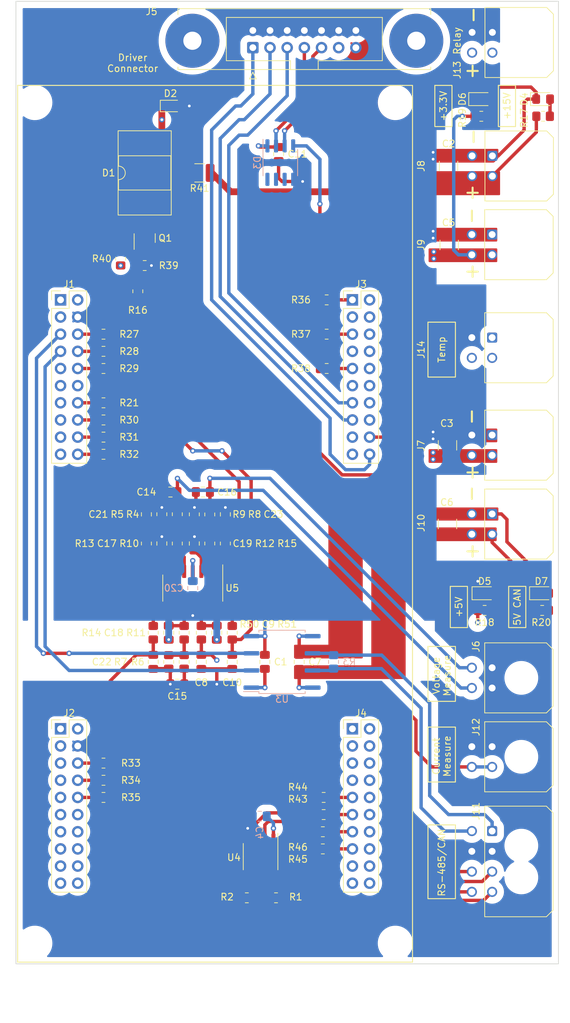
<source format=kicad_pcb>
(kicad_pcb (version 20211014) (generator pcbnew)
  (layers (0 "F.Cu" signal) (1 "In1.Cu" signal) (2 "In2.Cu" signal) (31 "B.Cu" signal) (34 "B.Paste" user) (35 "F.Paste" user) (36 "B.SilkS" user "B.Silkscreen") (37 "F.SilkS" user "F.Silkscreen") (38 "B.Mask" user) (39 "F.Mask" user) (44 "Edge.Cuts" user))
  (net 0 "")
  (net 1 "+5V")
  (net 2 "+15V")
  (net 3 "+3V3")
  (net 4 "+5VD")
  (net 5 "GND2")
  (net 6 "Net-(C17-Pad1)")
  (net 7 "Net-(C18-Pad1)")
  (net 8 "Net-(C19-Pad1)")
  (net 9 "Temp")
  (net 10 "GND")
  (net 12 "Net-(C9-Pad1)")
  (net 14 "Temp_ADC")
  (net 16 "IN-")
  (net 38 "IN+")
  (net 42 "Net-(D4-Pad2)")
  (net 43 "Net-(D5-Pad2)")
  (net 44 "Net-(D6-Pad2)")
  (net 45 "Net-(D7-Pad2)")
  (net 46 "Net-(R10-Pad2)")
  (net 47 "Net-(R11-Pad2)")
  (net 48 "Net-(R12-Pad2)")
  (net 49 "Net-(R13-Pad2)")
  (net 50 "Net-(R14-Pad2)")
  (net 51 "Net-(R15-Pad2)")
  (net 52 "RST")
  (net 53 "FLT")
  (net 54 "RDY")
  (net 55 "B")
  (net 56 "A")
  (net 57 "Y")
  (net 58 "Z")
  (net 59 "Net-(R51-Pad2)")
  (net 60 "RO")
  (net 61 "DI")
  (net 62 "V_OUT")
  (net 63 "I_INDUCT")
  (net 64 "V_IN")
  (net 65 "V_OUT_ADC")
  (net 66 "I_INDUCT_ADC")
  (net 67 "V_IN_ADC")
  (net 69 "PWM_IN")
  (net 71 "CANL")
  (net 72 "CANH")
  (net 73 "RXD")
  (net 74 "TXD")
  (net 76 "Net-(J1-Pad6)")
  (net 77 "Net-(J1-Pad8)")
  (net 79 "Net-(J1-Pad10)")
  (net 83 "Net-(J1-Pad14)")
  (net 85 "Net-(J1-Pad16)")
  (net 87 "Net-(J1-Pad18)")
  (net 89 "Net-(J1-Pad20)")
  (net 91 "Net-(J2-Pad6)")
  (net 92 "Net-(J2-Pad8)")
  (net 94 "Net-(J2-Pad10)")
  (net 105 "Net-(J3-Pad1)")
  (net 107 "Net-(J3-Pad5)")
  (net 109 "Net-(J3-Pad9)")
  (net 110 "Net-(J4-Pad9)")
  (net 111 "Net-(J4-Pad13)")
  (net 112 "Net-(J4-Pad15)")
  (net 113 "Net-(J4-Pad11)")
  (net 118 "Net-(D1-Pad1)")
  (net 119 "Net-(D1-Pad2)")
  (net 121 "Net-(D1-Pad4)")
  (net 123 "Net-(D1-Pad6)")
  (net 124 "Net-(Q1-Pad1)")
  (net 125 "Relay_Control")
  (footprint "Resistor_SMD:R_0805_2012Metric_Pad1.20x1.40mm_HandSolder" (layer "F.Cu") (at 69.342 71.374 180)
    (fp_text reference "R28")
    (fp_text value "0")
  )
  (footprint "Resistor_SMD:R_0805_2012Metric_Pad1.20x1.40mm_HandSolder" (layer "F.Cu") (at 69.342 84.074 180)
    (fp_text reference "R31")
    (fp_text value "0")
  )
  (footprint "Resistor_SMD:R_0805_2012Metric_Pad1.20x1.40mm_HandSolder" (layer "F.Cu") (at 134.382 36.576)
    (fp_text reference "R17")
    (fp_text value "1.5k")
  )
  (footprint "Capacitor_SMD:C_0805_2012Metric_Pad1.18x1.45mm_HandSolder" (layer "F.Cu") (at 87.376 95.504 90)
    (fp_text reference "C23")
    (fp_text value "0.27u")
  )
  (footprint "Resistor_SMD:R_0805_2012Metric_Pad1.20x1.40mm_HandSolder" (layer "F.Cu") (at 69.342 137.414 180)
    (fp_text reference "R35")
    (fp_text value "0")
  )
  (footprint "Capacitor_SMD:C_1210_3225Metric_Pad1.33x2.70mm_HandSolder" (layer "F.Cu") (at 120.49 55.626 90)
    (fp_text reference "C5")
    (fp_text value "10u")
  )
  (footprint "Resistor_SMD:R_0805_2012Metric_Pad1.20x1.40mm_HandSolder" (layer "F.Cu") (at 69.342 73.914 180)
    (fp_text reference "R29")
    (fp_text value "0")
  )
  (footprint "Capacitor_SMD:C_0805_2012Metric_Pad1.18x1.45mm_HandSolder" (layer "F.Cu") (at 93.218 117.348 90)
    (fp_text reference "C1")
    (fp_text value "100n")
  )
  (footprint "Resistor_SMD:R_0805_2012Metric_Pad1.20x1.40mm_HandSolder" (layer "F.Cu") (at 134.2435 109.728)
    (fp_text reference "R20")
    (fp_text value "500")
  )
  (footprint "Capacitor_SMD:C_0805_2012Metric_Pad1.18x1.45mm_HandSolder" (layer "F.Cu") (at 95.25 42.164 -90)
    (fp_text reference "C11")
    (fp_text value "100n")
  )
  (footprint "Connector_Molex:Molex_Micro-Fit_3.0_43045-0400_2x02_P3.00mm_Horizontal" (layer "F.Cu") (at 126.8785 24.154 -90)
    (fp_text reference "J13")
    (fp_text value "Current Measure")
  )
  (footprint "Resistor_SMD:R_0805_2012Metric_Pad1.20x1.40mm_HandSolder" (layer "F.Cu") (at 102.362 73.914 180)
    (fp_text reference "R38")
    (fp_text value "0")
  )
  (footprint "Resistor_SMD:R_0805_2012Metric_Pad1.20x1.40mm_HandSolder" (layer "F.Cu") (at 85.0685 95.52 90)
    (fp_text reference "R8")
    (fp_text value "1k")
  )
  (footprint "Resistor_SMD:R_0805_2012Metric_Pad1.20x1.40mm_HandSolder" (layer "F.Cu") (at 87.376 99.822 -90)
    (fp_text reference "R15")
    (fp_text value "49.9")
  )
  (footprint "Connector_IDC:IDC-Header_2x07-1MP_P2.54mm_Latch_Vertical" (layer "F.Cu") (at 91.44 26.416 90)
    (fp_text reference "J5")
    (fp_text value "Driver")
  )
  (footprint "Connector_Molex:Molex_Micro-Fit_3.0_43045-0400_2x02_P3.00mm_Horizontal" (layer "F.Cu") (at 126.84 54.084 -90)
    (fp_text reference "J9")
    (fp_text value "+3.3V")
  )
  (footprint "Capacitor_SMD:C_0805_2012Metric_Pad1.18x1.45mm_HandSolder" (layer "F.Cu") (at 82.7825 99.822 90)
    (fp_text reference "C19")
    (fp_text value "10p")
  )
  (footprint "Resistor_SMD:R_0805_2012Metric_Pad1.20x1.40mm_HandSolder" (layer "F.Cu") (at 81.28 113.03 -90)
    (fp_text reference "R11")
    (fp_text value "100")
  )
  (footprint "Capacitor_SMD:C_0805_2012Metric_Pad1.18x1.45mm_HandSolder" (layer "F.Cu") (at 78.994 113.03 -90)
    (fp_text reference "C18")
    (fp_text value "10p")
  )
  (footprint "Resistor_SMD:R_0805_2012Metric_Pad1.20x1.40mm_HandSolder" (layer "F.Cu") (at 74.422 62.484 90)
    (fp_text reference "R16")
    (fp_text value "4.7k")
  )
  (footprint "Resistor_SMD:R_0805_2012Metric_Pad1.20x1.40mm_HandSolder" (layer "F.Cu") (at 69.342 68.834 180)
    (fp_text reference "R27")
    (fp_text value "0")
  )
  (footprint "Resistor_SMD:R_0805_2012Metric_Pad1.20x1.40mm_HandSolder" (layer "F.Cu") (at 69.342 134.874 180)
    (fp_text reference "R34")
    (fp_text value "0")
  )
  (footprint "Connector_Molex:Molex_Micro-Fit_3.0_43045-0400_2x02_P3.00mm_Horizontal" (layer "F.Cu") (at 126.84 95.446 -90)
    (fp_text reference "J10")
    (fp_text value "+5V_CAN")
  )
  (footprint "Resistor_SMD:R_0805_2012Metric_Pad1.20x1.40mm_HandSolder" (layer "F.Cu") (at 81.28 117.348 -90)
    (fp_text reference "R6")
    (fp_text value "1k")
  )
  (footprint "Resistor_SMD:R_0805_2012Metric_Pad1.20x1.40mm_HandSolder" (layer "F.Cu") (at 80.264 99.822 90)
    (fp_text reference "R10")
    (fp_text value "100")
  )
  (footprint "Resistor_SMD:R_0805_2012Metric_Pad1.20x1.40mm_HandSolder" (layer "F.Cu") (at 88.392 113.03 90)
    (fp_text reference "R51")
    (fp_text value "49.9")
  )
  (footprint "Capacitor_SMD:C_1210_3225Metric_Pad1.33x2.70mm_HandSolder" (layer "F.Cu") (at 120.396 43.942 90)
    (fp_text reference "C2")
    (fp_text value "10u")
  )
  (footprint "Resistor_SMD:R_0805_2012Metric_Pad1.20x1.40mm_HandSolder" (layer "F.Cu") (at 94.869 152.273)
    (fp_text reference "R1")
    (fp_text value "120")
  )
  (footprint "Resistor_SMD:R_0805_2012Metric_Pad1.20x1.40mm_HandSolder" (layer "F.Cu") (at 125.238 36.576)
    (fp_text reference "R19")
    (fp_text value "330")
  )
  (footprint "LED_SMD:LED_0805_2012Metric_Pad1.15x1.40mm_HandSolder" (layer "F.Cu") (at 134.382 34.036)
    (fp_text reference "D4")
    (fp_text value "LED_Small")
  )
  (footprint "LED_SMD:LED_0805_2012Metric_Pad1.15x1.40mm_HandSolder" (layer "F.Cu") (at 134.2435 107.188)
    (fp_text reference "D7")
    (fp_text value "LED_Small")
  )
  (footprint "Capacitor_SMD:C_0805_2012Metric_Pad1.18x1.45mm_HandSolder" (layer "F.Cu") (at 98.298 117.348 90)
    (fp_text reference "C7")
    (fp_text value "100n")
  )
  (footprint "Resistor_SMD:R_0805_2012Metric_Pad1.20x1.40mm_HandSolder" (layer "F.Cu") (at 101.797 145.034)
    (fp_text reference "R45")
    (fp_text value "0")
  )
  (footprint "MountingHole:MountingHole_3.2mm_M3" (layer "F.Cu") (at 59.182 34.544)
    (fp_text reference "H1" hide)
    (fp_text value "MountingHole")
  )
  (footprint "Resistor_SMD:R_0805_2012Metric_Pad1.20x1.40mm_HandSolder" (layer "F.Cu") (at 69.342 132.334 180)
    (fp_text reference "R33")
    (fp_text value "0")
  )
  (footprint "Resistor_SMD:R_0805_2012Metric_Pad1.20x1.40mm_HandSolder" (layer "F.Cu") (at 69.342 86.614 180)
    (fp_text reference "R32")
    (fp_text value "0")
  )
  (footprint "MountingHole:MountingHole_3.2mm_M3" (layer "F.Cu") (at 112.522 34.544)
    (fp_text reference "H2" hide)
    (fp_text value "MountingHole")
  )
  (footprint "Resistor_SMD:R_0805_2012Metric_Pad1.20x1.40mm_HandSolder" (layer "F.Cu") (at 76.708 113.03 90)
    (fp_text reference "R14")
    (fp_text value "49.9")
  )
  (footprint "Resistor_SMD:R_1210_3225Metric_Pad1.30x2.65mm_HandSolder" (layer "F.Cu") (at 83.566 44.958 180)
    (fp_text reference "R41")
    (fp_text value "60")
  )
  (footprint "Capacitor_SMD:C_0805_2012Metric_Pad1.18x1.45mm_HandSolder" (layer "F.Cu") (at 75.692 95.504 90)
    (fp_text reference "C21")
    (fp_text value "0.27u")
  )
  (footprint "Capacitor_SMD:C_0805_2012Metric_Pad1.18x1.45mm_HandSolder" (layer "F.Cu") (at 88.392 117.348 -90)
    (fp_text reference "C10")
    (fp_text value "0.27u")
  )
  (footprint "Package_SO:SOIC-14_3.9x8.7mm_P1.27mm" (layer "F.Cu") (at 82.55 106.426 -90)
    (fp_text reference "U5")
    (fp_text value "LMV324")
  )
  (footprint "Resistor_SMD:R_0805_2012Metric_Pad1.20x1.40mm_HandSolder" (layer "F.Cu") (at 101.916 137.414)
    (fp_text reference "R44")
    (fp_text value "0")
  )
  (footprint "Connector_Molex:Molex_Micro-Fit_3.0_43045-0400_2x02_P3.00mm_Horizontal" (layer "F.Cu") (at 126.8785 42.436 -90)
    (fp_text reference "J8")
    (fp_text value "+15V")
  )
  (footprint "Resistor_SMD:R_0805_2012Metric_Pad1.20x1.40mm_HandSolder" (layer "F.Cu") (at 77.978 95.488 -90)
    (fp_text reference "R5")
    (fp_text value "1.6k")
  )
  (footprint "Connector_Molex:Molex_Micro-Fit_3.0_43045-0400_2x02_P3.00mm_Horizontal" (layer "F.Cu") (at 126.84 118.214 -90)
    (fp_text reference "J6")
    (fp_text value "Voltage measure")
  )
  (footprint "Connector_Molex:Molex_Micro-Fit_3.0_43045-0400_2x02_P3.00mm_Horizontal" (layer "F.Cu") (at 126.84 69.342 -90)
    (fp_text reference "J14")
    (fp_text value "+5V")
  )
  (footprint "Resistor_SMD:R_0805_2012Metric_Pad1.20x1.40mm_HandSolder" (layer "F.Cu") (at 75.438 58.674)
    (fp_text reference "R39")
    (fp_text value "10k")
  )
  (footprint "Capacitor_SMD:C_1210_3225Metric_Pad1.33x2.70mm_HandSolder" (layer "F.Cu") (at 120.236 96.934 90)
    (fp_text reference "C6")
    (fp_text value "10u")
  )
  (footprint "Capacitor_SMD:C_1210_3225Metric_Pad1.33x2.70mm_HandSolder" (layer "F.Cu") (at 120.236 85.2885 90)
    (fp_text reference "C3")
    (fp_text value "10u")
  )
  (footprint "Capacitor_SMD:C_0805_2012Metric_Pad1.18x1.45mm_HandSolder" (layer "F.Cu") (at 80.264 120.65 180)
    (fp_text reference "C15")
    (fp_text value "1n")
  )
  (footprint "Connector_PinHeader_2.54mm:PinHeader_2x10_P2.54mm_Vertical" (layer "F.Cu") (at 62.992 127.254)
    (fp_text reference "J2")
    (fp_text value "ADC2")
  )
  (footprint "Resistor_SMD:R_0805_2012Metric_Pad1.20x1.40mm_HandSolder" (layer "F.Cu") (at 80.264 95.488 90)
    (fp_text reference "R4")
    (fp_text value "1k")
  )
  (footprint "Resistor_SMD:R_0805_2012Metric_Pad1.20x1.40mm_HandSolder" (layer "F.Cu") (at 82.7825 95.504 -90)
    (fp_text reference "R9")
    (fp_text value "1.6k")
  )
  (footprint "LED_SMD:LED_0805_2012Metric_Pad1.15x1.40mm_HandSolder" (layer "F.Cu") (at 125.238 34.036)
    (fp_text reference "D6")
    (fp_text value "LED_Small")
  )
  (footprint "LED_SMD:LED_0805_2012Metric_Pad1.15x1.40mm_HandSolder" (layer "F.Cu") (at 125.73 107.188)
    (fp_text reference "D5")
    (fp_text value "LED_Small")
  )
  (footprint "Package_TO_SOT_SMD:SOT-23" (layer "F.Cu") (at 75.438 54.61 90)
    (fp_text reference "Q1")
    (fp_text value "BC817")
  )
  (footprint "Resistor_SMD:R_0805_2012Metric_Pad1.20x1.40mm_HandSolder" (layer "F.Cu") (at 102.362 63.754 180)
    (fp_text reference "R36")
    (fp_text value "0")
  )
  (footprint "Capacitor_SMD:C_0805_2012Metric_Pad1.18x1.45mm_HandSolder" (layer "F.Cu") (at 86.106 113.03 -90)
    (fp_text reference "C9")
    (fp_text value "10p")
  )
  (footprint "MountingHole:MountingHole_3.2mm_M3" (layer "F.Cu") (at 59.182 159.004)
    (fp_text reference "H4" hide)
    (fp_text value "MountingHole")
  )
  (footprint "Package_DIP:DIP-6_W8.89mm_SMDSocket_LongPads" (layer "F.Cu") (at 75.438 44.958 90)
    (fp_text reference "D1")
    (fp_text value "PVT412LSPBF")
  )
  (footprint "Connector_Molex:Molex_Micro-Fit_3.0_43045-0400_2x02_P3.00mm_Horizontal" (layer "F.Cu") (at 126.84 129.898 -90)
    (fp_text reference "J12")
    (fp_text value "Current Measure")
  )
  (footprint "Resistor_SMD:R_0805_2012Metric_Pad1.20x1.40mm_HandSolder" (layer "F.Cu") (at 69.342 81.534 180)
    (fp_text reference "R30")
    (fp_text value "0")
  )
  (footprint "Capacitor_SMD:C_0805_2012Metric_Pad1.18x1.45mm_HandSolder" (layer "F.Cu") (at 76.708 117.348 -90)
    (fp_text reference "C22")
    (fp_text value "0.27u")
  )
  (footprint "Connector_Molex:Molex_Micro-Fit_3.0_43045-0800_2x04_P3.00mm_Horizontal" (layer "F.Cu") (at 126.84 142.392 -90)
    (fp_text reference "J11")
    (fp_text value "Interfaces")
  )
  (footprint "Capacitor_SMD:C_0805_2012Metric_Pad1.18x1.45mm_HandSolder" (layer "F.Cu") (at 77.978 99.822 90)
    (fp_text reference "C17")
    (fp_text value "10p")
  )
  (footprint "Resistor_SMD:R_0805_2012Metric_Pad1.20x1.40mm_HandSolder" (layer "F.Cu") (at 90.551 152.273)
    (fp_text reference "R2")
    (fp_text value "120")
  )
  (footprint "Resistor_SMD:R_0805_2012Metric_Pad1.20x1.40mm_HandSolder" (layer "F.Cu") (at 78.994 117.348 90)
    (fp_text reference "R7")
    (fp_text value "1.6k")
  )
  (footprint "Resistor_SMD:R_0805_2012Metric_Pad1.20x1.40mm_HandSolder" (layer "F.Cu") (at 71.882 57.658 -90)
    (fp_text reference "R40")
    (fp_text value "220")
  )
  (footprint "Connector_PinHeader_2.54mm:PinHeader_2x10_P2.54mm_Vertical" (layer "F.Cu") (at 106.172 127.254)
    (fp_text reference "J4")
    (fp_text value "GPIO")
  )
  (footprint "Connector_PinHeader_2.54mm:PinHeader_2x10_P2.54mm_Vertical" (layer "F.Cu") (at 106.172 63.754)
    (fp_text reference "J3")
    (fp_text value "PWM")
  )
  (footprint "Capacitor_SMD:C_0805_2012Metric_Pad1.18x1.45mm_HandSolder" (layer "F.Cu") (at 79.248 92.202 180)
    (fp_text reference "C14")
    (fp_text value "1n")
  )
  (footprint "Resistor_SMD:R_0805_2012Metric_Pad1.20x1.40mm_HandSolder" (layer "F.Cu") (at 69.342 78.994 180)
    (fp_text reference "R21")
    (fp_text value "0")
  )
  (footprint "MountingHole:MountingHole_3.2mm_M3" (layer "F.Cu") (at 112.522 159.004)
    (fp_text reference "H3" hide)
    (fp_text value "MountingHole")
  )
  (footprint "Connector_Molex:Molex_Micro-Fit_3.0_43045-0400_2x02_P3.00mm_Horizontal" (layer "F.Cu") (at 126.84 83.7645 -90)
    (fp_text reference "J7")
    (fp_text value "+5V")
  )
  (footprint "Diode_SMD:D_SOD-323F" (layer "F.Cu") (at 79.248 35.052)
    (fp_text reference "D2")
    (fp_text value "D_Small")
  )
  (footprint "Capacitor_SMD:C_0805_2012Metric_Pad1.18x1.45mm_HandSolder" (layer "F.Cu") (at 83.82 117.348 -90)
    (fp_text reference "C8")
    (fp_text value "1n")
  )
  (footprint "Capacitor_SMD:C_0805_2012Metric_Pad1.18x1.45mm_HandSolder" (layer "F.Cu") (at 84.0525 92.202 180)
    (fp_text reference "C16")
    (fp_text value "1n")
  )
  (footprint "Resistor_SMD:R_0805_2012Metric_Pad1.20x1.40mm_HandSolder" (layer "F.Cu") (at 102.362 68.834 180)
    (fp_text reference "R37")
    (fp_text value "0")
  )
  (footprint "Resistor_SMD:R_0805_2012Metric_Pad1.20x1.40mm_HandSolder" (layer "F.Cu") (at 101.797 142.494)
    (fp_text reference "R46")
    (fp_text value "0")
  )
  (footprint "Package_SO:SOIC-8_3.9x4.9mm_P1.27mm" (layer "F.Cu") (at 92.583 146.177 -90)
    (fp_text reference "U4")
    (fp_text value "ADM3490ExR")
  )
  (footprint "Resistor_SMD:R_0805_2012Metric_Pad1.20x1.40mm_HandSolder" (layer "F.Cu") (at 83.82 113.03 -90)
    (fp_text reference "R50")
    (fp_text value "100")
  )
  (footprint "Resistor_SMD:R_0805_2012Metric_Pad1.20x1.40mm_HandSolder" (layer "F.Cu") (at 101.916 139.954)
    (fp_text reference "R43")
    (fp_text value "0")
  )
  (footprint "Connector_PinHeader_2.54mm:PinHeader_2x10_P2.54mm_Vertical" (layer "F.Cu") (at 62.992 63.754)
    (fp_text reference "J1")
    (fp_text value "ADC1")
  )
  (footprint "Resistor_SMD:R_0805_2012Metric_Pad1.20x1.40mm_HandSolder" (layer "F.Cu") (at 125.73 109.728)
    (fp_text reference "R18")
    (fp_text value "500")
  )
  (footprint "Resistor_SMD:R_0805_2012Metric_Pad1.20x1.40mm_HandSolder" (layer "F.Cu") (at 85.0685 99.822 90)
    (fp_text reference "R12")
    (fp_text value "100")
  )
  (footprint "Resistor_SMD:R_0805_2012Metric_Pad1.20x1.40mm_HandSolder" (layer "F.Cu") (at 75.692 99.822 -90)
    (fp_text reference "R13")
    (fp_text value "49.9")
  )
  (footprint "Capacitor_SMD:C_0805_2012Metric_Pad1.18x1.45mm_HandSolder" (layer "B.Cu") (at 82.55 106.426 -90)
    (fp_text reference "C20")
    (fp_text value "100n")
  )
  (footprint "Capacitor_SMD:C_0805_2012Metric_Pad1.18x1.45mm_HandSolder" (layer "B.Cu") (at 92.456 140.208 180)
    (fp_text reference "C4")
    (fp_text value "100n")
  )
  (footprint "Package_SO:SOIC-8_3.9x4.9mm_P1.27mm" (layer "B.Cu") (at 95.504 43.434 -90)
    (fp_text reference "D3")
    (fp_text value "DS90C401M")
  )
  (footprint "Resistor_SMD:R_0805_2012Metric_Pad1.20x1.40mm_HandSolder" (layer "B.Cu") (at 103.378 117.348 -90)
    (fp_text reference "R3")
    (fp_text value "120")
  )
  (footprint "Package_SO:SOP-8_6.62x9.15mm_P2.54mm" (layer "B.Cu") (at 95.758 117.348)
    (fp_text reference "U3")
    (fp_text value "ISO1050DUB")
  )
  (gr_rect (start 117.348 115.062) (end 121.412 123.19) (layer "F.SilkS") (width 0.15) (fill none))
  (gr_rect (start 120.65 106.172) (end 123.19 112.268) (layer "F.SilkS") (width 0.15) (fill none))
  (gr_rect (start 115.062 32.004) (end 56.642 161.798) (layer "F.SilkS") (width 0.15) (fill none))
  (gr_rect (start 117.348 67.056) (end 121.412 75.184) (layer "F.SilkS") (width 0.15) (fill none))
  (gr_rect (start 127.762 32.004) (end 130.302 38.1) (layer "F.SilkS") (width 0.15) (fill none))
  (gr_rect (start 117.348 141.478) (end 121.412 152.4) (layer "F.SilkS") (width 0.15) (fill none))
  (gr_rect (start 117.348 127) (end 121.412 135.128) (layer "F.SilkS") (width 0.15) (fill none))
  (gr_rect (start 129.286 106.172) (end 131.826 112.268) (layer "F.SilkS") (width 0.15) (fill none))
  (gr_rect (start 118.364 32.004) (end 120.904 38.1) (layer "F.SilkS") (width 0.15) (fill none))
  (gr_rect (start 56.388 162.052) (end 136.652 19.558) (layer "Edge.Cuts") (width 0.1) (fill none))
  (gr_text "Voltage\nMeasure" (at 119.38 119.38 90) (layer "F.SilkS") (effects (font (size 1 1))))
  (gr_text "Temp" (at 119.38 71.12 90) (layer "F.SilkS") (effects (font (size 1 1))))
  (gr_text "-\n" (at 123.698 92.456 90) (layer "F.SilkS") (effects (font (size 2 2) (thickness 0.3))))
  (gr_text "+3.3V" (at 119.634 35.052 90) (layer "F.SilkS") (effects (font (size 1 1))))
  (gr_text "Current\nMeasure" (at 119.38 131.318 90) (layer "F.SilkS") (effects (font (size 1 1))))
  (gr_text "Driver\nConnector" (at 73.66 28.702) (layer "F.SilkS") (effects (font (size 1 1))))
  (gr_text "+" (at 123.952 29.718) (layer "F.SilkS") (effects (font (size 2 2) (thickness 0.3))))
  (gr_text "+" (at 123.952 89.154) (layer "F.SilkS") (effects (font (size 2 2) (thickness 0.3))))
  (gr_text "-\n" (at 123.698 81.026 90) (layer "F.SilkS") (effects (font (size 2 2) (thickness 0.3))))
  (gr_text "Relay" (at 121.666 25.4 90) (layer "F.SilkS") (effects (font (size 1 1))))
  (gr_text "+" (at 123.952 59.436) (layer "F.SilkS") (effects (font (size 2 2) (thickness 0.3))))
  (gr_text "-\n" (at 123.698 51.308 90) (layer "F.SilkS") (effects (font (size 2 2) (thickness 0.3))))
  (gr_text "+" (at 123.952 47.752) (layer "F.SilkS") (effects (font (size 2 2) (thickness 0.3))))
  (gr_text "+" (at 123.952 100.838) (layer "F.SilkS") (effects (font (size 2 2) (thickness 0.3))))
  (gr_text "+15V" (at 129.032 35.052 90) (layer "F.SilkS") (effects (font (size 1 1))))
  (gr_text "RS-485/CAN" (at 119.38 147.066 90) (layer "F.SilkS") (effects (font (size 1 1))))
  (gr_text "+5V\n" (at 121.92 109.22 90) (layer "F.SilkS") (effects (font (size 1 1))))
  (gr_text "-\n" (at 123.952 21.59 90) (layer "F.SilkS") (effects (font (size 2 2) (thickness 0.3))))
  (gr_text "5V CAN" (at 130.556 109.22 90) (layer "F.SilkS") (effects (font (size 1 1))))
  (gr_text "-\n" (at 123.952 39.624 90) (layer "F.SilkS") (effects (font (size 2 2) (thickness 0.3))))
  (segment (start 92.4345 41.1265) (end 92.267 40.959) (width 0.5) (layer "F.Cu") (net 1))
  (segment (start 124.714 111.506) (end 124.705 111.515) (width 0.5) (layer "F.Cu") (net 1))
  (segment (start 95.25 41.1265) (end 92.4345 41.1265) (width 0.5) (layer "F.Cu") (net 1))
  (segment (start 124.714 109.737) (end 124.714 111.506) (width 0.5) (layer "F.Cu") (net 1))
  (via (at 118.11 86.36) (size 0.8) (drill 0.4) (layers "F.Cu" "B.Cu") (net 1))
  (via (at 124.705 111.515) (size 0.8) (drill 0.4) (layers "F.Cu" "B.Cu") (net 1))
  (via (at 92.267 40.959) (size 0.8) (drill 0.4) (layers "F.Cu" "B.Cu") (net 1))
  (via (at 118.11 87.376) (size 0.8) (drill 0.4) (layers "F.Cu" "B.Cu") (net 1))
  (segment (start 93.599 40.959) (end 92.267 40.959) (width 0.5) (layer "B.Cu") (net 1))
  (segment (start 128.872 43.4425) (end 128.872 43.434749) (width 0.5) (layer "F.Cu") (net 2))
  (segment (start 128.872 43.434749) (end 133.382 38.924749) (width 0.5) (layer "F.Cu") (net 2))
  (segment (start 133.382 38.924749) (end 133.382 36.576) (width 0.5) (layer "F.Cu") (net 2))
  (segment (start 88.138 47.752) (end 105.664 47.752) (width 1) (layer "F.Cu") (net 2))
  (segment (start 128.872 43.4425) (end 126.8785 45.436) (width 0.5) (layer "F.Cu") (net 2))
  (segment (start 85.344 44.958) (end 87.884 47.498) (width 1) (layer "F.Cu") (net 2))
  (segment (start 87.884 47.498) (end 88.138 47.752) (width 1) (layer "F.Cu") (net 2))
  (segment (start 94.488 143.702) (end 94.488 141.986) (width 0.5) (layer "F.Cu") (net 3))
  (segment (start 82.55 103.951) (end 82.55 102.362) (width 0.5) (layer "F.Cu") (net 3))
  (segment (start 93.218 121.158) (end 93.218 118.3855) (width 0.5) (layer "F.Cu") (net 3))
  (segment (start 124.238 36.576) (end 122.428 36.576) (width 0.5) (layer "F.Cu") (net 3))
  (via (at 82.55 102.362) (size 0.8) (drill 0.4) (layers "F.Cu" "B.Cu") (net 3))
  (via (at 93.218 121.158) (size 0.8) (drill 0.4) (layers "F.Cu" "B.Cu") (net 3))
  (via (at 94.488 141.986) (size 0.8) (drill 0.4) (layers "F.Cu" "B.Cu") (net 3))
  (via (at 71.882 58.674) (size 0.8) (drill 0.4) (layers "F.Cu" "B.Cu") (net 3))
  (via (at 118.204 56.642) (size 0.8) (drill 0.4) (layers "F.Cu" "B.Cu") (net 3))
  (via (at 122.428 36.576) (size 0.8) (drill 0.4) (layers "F.Cu" "B.Cu") (net 3))
  (via (at 118.204 57.658) (size 0.8) (drill 0.4) (layers "F.Cu" "B.Cu") (net 3))
  (segment (start 94.488 141.986) (end 94.488 141.2025) (width 0.5) (layer "B.Cu") (net 3))
  (segment (start 121.666 36.576) (end 122.428 36.576) (width 0.5) (layer "B.Cu") (net 3))
  (segment (start 121.854 57.084) (end 121.158 56.388) (width 0.5) (layer "B.Cu") (net 3))
  (segment (start 121.158 37.084) (end 121.666 36.576) (width 0.5) (layer "B.Cu") (net 3))
  (segment (start 121.158 56.388) (end 121.158 37.084) (width 0.5) (layer "B.Cu") (net 3))
  (segment (start 94.488 141.2025) (end 93.4935 140.208) (width 0.5) (layer "B.Cu") (net 3))
  (segment (start 123.84 57.084) (end 121.854 57.084) (width 0.5) (layer "B.Cu") (net 3))
  (segment (start 82.55 102.362) (end 82.55 105.3885) (width 0.5) (layer "B.Cu") (net 3))
  (segment (start 91.233 121.158) (end 93.218 121.158) (width 0.5) (layer "B.Cu") (net 3))
  (segment (start 126.84 99.662) (end 131.572 104.394) (width 0.5) (layer "F.Cu") (net 4))
  (segment (start 132.334 109.728) (end 133.2435 109.728) (width 0.5) (layer "F.Cu") (net 4))
  (segment (start 126.84 98.446) (end 126.84 99.662) (width 0.5) (layer "F.Cu") (net 4))
  (segment (start 131.572 104.394) (end 131.572 108.966) (width 0.5) (layer "F.Cu") (net 4))
  (segment (start 131.572 108.966) (end 132.334 109.728) (width 0.5) (layer "F.Cu") (net 4))
  (segment (start 98.298 118.3855) (end 98.298 121.158) (width 0.5) (layer "F.Cu") (net 4))
  (via (at 98.298 121.158) (size 0.8) (drill 0.4) (layers "F.Cu" "B.Cu") (net 4))
  (segment (start 100.283 121.158) (end 98.298 121.158) (width 0.5) (layer "B.Cu") (net 4))
  (segment (start 129.032 96.266) (end 129.032 99.568) (width 0.5) (layer "F.Cu") (net 5))
  (segment (start 126.84 95.446) (end 128.212 95.446) (width 0.5) (layer "F.Cu") (net 5))
  (segment (start 133.2185 103.7545) (end 133.2185 107.188) (width 0.5) (layer "F.Cu") (net 5))
  (segment (start 98.298 116.3105) (end 98.298 113.538) (width 0.5) (layer "F.Cu") (net 5))
  (segment (start 129.032 99.568) (end 133.2185 103.7545) (width 0.5) (layer "F.Cu") (net 5))
  (segment (start 128.212 95.446) (end 129.032 96.266) (width 0.5) (layer "F.Cu") (net 5))
  (via (at 98.298 113.538) (size 0.8) (drill 0.4) (layers "F.Cu" "B.Cu") (net 5))
  (segment (start 98.298 113.538) (end 100.283 113.538) (width 0.5) (layer "B.Cu") (net 5))
  (segment (start 81.28 101.838) (end 80.264 100.822) (width 0.5) (layer "F.Cu") (net 6))
  (segment (start 80.264 100.822) (end 78.0155 100.822) (width 0.5) (layer "F.Cu") (net 6))
  (segment (start 81.28 103.951) (end 81.28 101.838) (width 0.5) (layer "F.Cu") (net 6))
  (segment (start 78.0155 100.822) (end 77.978 100.8595) (width 0.5) (layer "F.Cu") (net 6))
  (segment (start 78.994 111.9925) (end 81.2425 111.9925) (width 0.5) (layer "F.Cu") (net 7))
  (segment (start 81.28 108.901) (end 81.28 111.506) (width 0.5) (layer "F.Cu") (net 7))
  (segment (start 81.2425 111.9925) (end 81.28 112.03) (width 0.5) (layer "F.Cu") (net 7))
  (segment (start 83.82 103.951) (end 83.82 101.897) (width 0.5) (layer "F.Cu") (net 8))
  (segment (start 85.031 100.8595) (end 85.0685 100.822) (width 0.5) (layer "F.Cu") (net 8))
  (segment (start 82.7825 100.8595) (end 85.031 100.8595) (width 0.5) (layer "F.Cu") (net 8))
  (segment (start 83.82 101.897) (end 82.7825 100.8595) (width 0.5) (layer "F.Cu") (net 8))
  (segment (start 85.3225 116.3105) (end 86.106 117.094) (width 0.5) (layer "F.Cu") (net 9))
  (segment (start 83.82 116.3105) (end 85.3225 116.3105) (width 0.5) (layer "F.Cu") (net 9))
  (segment (start 83.82 114.03) (end 83.82 116.3105) (width 0.5) (layer "F.Cu") (net 9))
  (via (at 86.106 117.094) (size 0.8) (drill 0.4) (layers "F.Cu" "B.Cu") (net 9))
  (segment (start 79.2265 120.65) (end 79.2265 118.5805) (width 0.5) (layer "F.Cu") (net 10))
  (segment (start 93.218 113.538) (end 93.218 116.3105) (width 0.5) (layer "F.Cu") (net 10))
  (segment (start 79.2265 118.5805) (end 78.994 118.348) (width 0.5) (layer "F.Cu") (net 10))
  (segment (start 124.213 33.013) (end 124.968 32.258) (width 0.5) (layer "F.Cu") (net 10))
  (segment (start 82.55 108.901) (end 82.55 110.236) (width 0.5) (layer "F.Cu") (net 10))
  (segment (start 95.25 43.2015) (end 95.25 45.72) (width 0.5) (layer "F.Cu") (net 10))
  (segment (start 132.588 32.258) (end 133.357 33.027) (width 0.5) (layer "F.Cu") (net 10))
  (segment (start 126.8785 42.436) (end 127.744 42.436) (width 0.5) (layer "F.Cu") (net 10))
  (segment (start 76.438 58.674) (end 76.438 55.5975) (width 0.5) (layer "F.Cu") (net 10))
  (segment (start 124.213 34.036) (end 124.213 33.013) (width 0.5) (layer "F.Cu") (net 10))
  (segment (start 82.55 110.236) (end 82.55 110.49) (width 0.5) (layer "F.Cu") (net 10))
  (segment (start 83.82 118.3855) (end 86.0845 118.3855) (width 0.5) (layer "F.Cu") (net 10))
  (segment (start 76.7455 118.348) (end 76.708 118.3855) (width 0.5) (layer "F.Cu") (net 10))
  (segment (start 83.015 94.2715) (end 82.80125 94.48525) (width 0.5) (layer "F.Cu") (net 10))
  (segment (start 133.357 33.027) (end 133.357 34.036) (width 0.5) (layer "F.Cu") (net 10))
  (segment (start 131.572 34.544) (end 132.08 34.036) (width 0.5) (layer "F.Cu") (net 10))
  (segment (start 80.348 35.052) (end 82.042 35.052) (width 0.5) (layer "F.Cu") (net 10))
  (segment (start 127.744 42.436) (end 131.572 38.608) (width 0.5) (layer "F.Cu") (net 10))
  (segment (start 83.015 93.515) (end 83.015 94.2715) (width 0.5) (layer "F.Cu") (net 10))
  (segment (start 132.08 34.036) (end 133.357 34.036) (width 0.5) (layer "F.Cu") (net 10))
  (segment (start 78.2105 94.2555) (end 77.978 94.488) (width 0.5) (layer "F.Cu") (net 10))
  (segment (start 131.572 38.608) (end 131.572 34.544) (width 0.5) (layer "F.Cu") (net 10))
  (segment (start 124.705 107.188) (end 124.705 105.419) (width 0.5) (layer "F.Cu") (net 10))
  (segment (start 76.962 94.488) (end 75.7135 94.488) (width 0.5) (layer "F.Cu") (net 10))
  (segment (start 78.994 118.348) (end 76.7455 118.348) (width 0.5) (layer "F.Cu") (net 10))
  (segment (start 78.2105 92.202) (end 78.2105 94.2555) (width 0.5) (layer "F.Cu") (net 10))
  (segment (start 95.758 46.228) (end 98.806 46.228) (width 0.5) (layer "F.Cu") (net 10))
  (segment (start 124.705 105.419) (end 124.714 105.41) (width 0.5) (layer "F.Cu") (net 10))
  (segment (start 95.25 45.72) (end 95.758 46.228) (width 0.5) (layer "F.Cu") (net 10))
  (segment (start 75.7135 94.488) (end 75.692 94.4665) (width 0.5) (layer "F.Cu") (net 10))
  (segment (start 77.978 94.488) (end 76.962 94.488) (width 0.5) (layer "F.Cu") (net 10))
  (segment (start 83.015 92.202) (end 83.015 93.515) (width 0.5) (layer "F.Cu") (net 10))
  (segment (start 124.968 32.258) (end 132.588 32.258) (width 0.5) (layer "F.Cu") (net 10))
  (segment (start 82.80125 94.48525) (end 82.7825 94.504) (width 0.5) (layer "F.Cu") (net 10))
  (segment (start 90.678 143.702) (end 90.678 141.986) (width 0.5) (layer "F.Cu") (net 10))
  (segment (start 86.0845 118.3855) (end 88.392 118.3855) (width 0.5) (layer "F.Cu") (net 10))
  (segment (start 76.438 55.5975) (end 76.388 55.5475) (width 0.5) (layer "F.Cu") (net 10))
  (segment (start 86.106 120.65) (end 86.106 118.5965) (width 0.5) (layer "F.Cu") (net 10))
  (via (at 76.438 58.674) (size 0.8) (drill 0.4) (layers "F.Cu" "B.Cu") (net 10))
  (via (at 82.804 98.806) (size 0.8) (drill 0.4) (layers "F.Cu" "B.Cu") (net 10))
  (via (at 77.978 98.806) (size 0.8) (drill 0.4) (layers "F.Cu" "B.Cu") (net 10))
  (via (at 90.678 141.986) (size 0.8) (drill 0.4) (layers "F.Cu" "B.Cu") (net 10))
  (via (at 86.106 120.65) (size 0.8) (drill 0.4) (layers "F.Cu" "B.Cu") (net 10))
  (via (at 82.042 35.052) (size 0.8) (drill 0.4) (layers "F.Cu" "B.Cu") (net 10))
  (via (at 93.218 113.538) (size 0.8) (drill 0.4) (layers "F.Cu" "B.Cu") (net 10))
  (via (at 87.376 94.488) (size 0.8) (drill 0.4) (layers "F.Cu" "B.Cu") (net 10))
  (via (at 98.806 46.228) (size 0.8) (drill 0.4) (layers "F.Cu" "B.Cu") (net 10))
  (via (at 79.2265 120.65) (size 0.8) (drill 0.4) (layers "F.Cu" "B.Cu") (net 10))
  (via (at 118.11 42.926) (size 0.8) (drill 0.4) (layers "F.Cu" "B.Cu") (net 10))
  (via (at 82.55 110.49) (size 0.8) (drill 0.4) (layers "F.Cu" "B.Cu") (net 10))
  (via (at 78.994 114.046) (size 0.8) (drill 0.4) (layers "F.Cu" "B.Cu") (net 10))
  (via (at 118.11 83.312) (size 0.8) (drill 0.4) (layers "F.Cu" "B.Cu") (net 10))
  (via (at 82.80125 94.48525) (size 0.8) (drill 0.4) (layers "F.Cu" "B.Cu") (net 10))
  (via (at 118.11 84.328) (size 0.8) (drill 0.4) (layers "F.Cu" "B.Cu") (net 10))
  (via (at 77.978 94.488) (size 0.8) (drill 0.4) (layers "F.Cu" "B.Cu") (net 10))
  (via (at 118.11 41.91) (size 0.8) (drill 0.4) (layers "F.Cu" "B.Cu") (net 10))
  (via (at 118.11 54.61) (size 0.8) (drill 0.4) (layers "F.Cu" "B.Cu") (net 10))
  (via (at 124.714 105.41) (size 0.8) (drill 0.4) (layers "F.Cu" "B.Cu") (net 10))
  (via (at 86.106 114.046) (size 0.8) (drill 0.4) (layers "F.Cu" "B.Cu") (net 10))
  (via (at 118.11 53.594) (size 0.8) (drill 0.4) (layers "F.Cu" "B.Cu") (net 10))
  (segment (start 82.55 110.49) (end 82.55 107.4635) (width 0.5) (layer "B.Cu") (net 10))
  (segment (start 91.233 113.538) (end 93.218 113.538) (width 0.5) (layer "B.Cu") (net 10))
  (segment (start 93.218 113.538) (end 93.218 110.744) (width 0.5) (layer "B.Cu") (net 10))
  (segment (start 78.994 114.046) (end 78.994 110.744) (width 1) (layer "B.Cu") (net 10))
  (segment (start 90.678 141.986) (end 90.678 140.9485) (width 0.5) (layer "B.Cu") (net 10))
  (segment (start 86.106 114.046) (end 86.106 110.744) (width 1) (layer "B.Cu") (net 10))
  (segment (start 90.678 140.9485) (end 91.4185 140.208) (width 0.5) (layer "B.Cu") (net 10))
  (segment (start 83.8575 111.9925) (end 83.82 112.03) (width 0.5) (layer "F.Cu") (net 12))
  (segment (start 83.82 108.901) (end 83.82 112.03) (width 0.5) (layer "F.Cu") (net 12))
  (segment (start 86.106 111.9925) (end 83.8575 111.9925) (width 0.5) (layer "F.Cu") (net 12))
  (segment (start 91.186 90.678) (end 91.186 90.424) (width 0.5) (layer "F.Cu") (net 14))
  (segment (start 91.186 90.424) (end 86.868 86.106) (width 0.5) (layer "F.Cu") (net 14))
  (segment (start 91.186 112.522) (end 91.186 90.678) (width 0.5) (layer "F.Cu") (net 14))
  (segment (start 88.392 114.03) (end 89.678 114.03) (width 0.5) (layer "F.Cu") (net 14))
  (segment (start 70.342 78.994) (end 75.438 78.994) (width 0.5) (layer "F.Cu") (net 14))
  (segment (start 89.678 114.03) (end 90.424 113.284) (width 0.5) (layer "F.Cu") (net 14))
  (segment (start 75.438 78.994) (end 82.55 86.106) (width 0.5) (layer "F.Cu") (net 14))
  (segment (start 90.424 113.284) (end 91.186 112.522) (width 0.5) (layer "F.Cu") (net 14))
  (segment (start 88.392 114.03) (end 88.392 116.3105) (width 0.5) (layer "F.Cu") (net 14))
  (via (at 86.868 86.106) (size 0.8) (drill 0.4) (layers "F.Cu" "B.Cu") (net 14))
  (via (at 82.55 86.106) (size 0.8) (drill 0.4) (layers "F.Cu" "B.Cu") (net 14))
  (segment (start 86.868 86.106) (end 82.55 86.106) (width 0.5) (layer "B.Cu") (net 14))
  (segment (start 94.869 38.735) (end 99.06 34.544) (width 0.5) (layer "F.Cu") (net 16))
  (segment (start 99.06 34.544) (end 99.06 26.416) (width 0.5) (layer "F.Cu") (net 16))
  (via (at 94.869 38.735) (size 0.8) (drill 0.4) (layers "F.Cu" "B.Cu") (net 16))
  (segment (start 94.869 40.959) (end 94.869 38.735) (width 0.5) (layer "B.Cu") (net 16))
  (segment (start 100.33 34.544) (end 100.33 27.686) (width 0.5) (layer "F.Cu") (net 38))
  (segment (start 96.139 38.735) (end 100.33 34.544) (width 0.5) (layer "F.Cu") (net 38))
  (segment (start 100.33 27.686) (end 101.6 26.416) (width 0.5) (layer "F.Cu") (net 38))
  (via (at 96.139 38.735) (size 0.8) (drill 0.4) (layers "F.Cu" "B.Cu") (net 38))
  (segment (start 96.139 40.959) (end 96.139 38.735) (width 0.5) (layer "B.Cu") (net 38))
  (segment (start 135.407 34.036) (end 135.407 36.551) (width 0.5) (layer "F.Cu") (net 42))
  (segment (start 135.407 36.551) (end 135.382 36.576) (width 0.5) (layer "F.Cu") (net 42))
  (segment (start 126.73 107.213) (end 126.755 107.188) (width 0.5) (layer "F.Cu") (net 43))
  (segment (start 126.73 109.728) (end 126.73 107.213) (width 0.5) (layer "F.Cu") (net 43))
  (segment (start 126.238 34.061) (end 126.263 34.036) (width 0.5) (layer "F.Cu") (net 44))
  (segment (start 126.238 36.576) (end 126.238 34.061) (width 0.5) (layer "F.Cu") (net 44))
  (segment (start 135.2435 109.728) (end 135.2435 107.213) (width 0.5) (layer "F.Cu") (net 45))
  (segment (start 80.264 98.822) (end 80.264 96.488) (width 0.5) (layer "F.Cu") (net 46))
  (segment (start 77.978 96.488) (end 80.264 96.488) (width 0.5) (layer "F.Cu") (net 46))
  (segment (start 81.28 114.03) (end 81.28 116.348) (width 0.5) (layer "F.Cu") (net 47))
  (segment (start 78.994 116.348) (end 81.28 116.348) (width 0.5) (layer "F.Cu") (net 47))
  (segment (start 85.0525 96.504) (end 85.0685 96.52) (width 0.5) (layer "F.Cu") (net 48))
  (segment (start 82.7825 96.504) (end 85.0525 96.504) (width 0.5) (layer "F.Cu") (net 48))
  (segment (start 85.0685 98.822) (end 85.0685 96.52) (width 0.5) (layer "F.Cu") (net 48))
  (segment (start 77.027 103.951) (end 78.74 103.951) (width 0.5) (layer "F.Cu") (net 49))
  (segment (start 80.01 103.951) (end 78.74 103.951) (width 0.5) (layer "F.Cu") (net 49))
  (segment (start 75.692 100.822) (end 75.692 102.616) (width 0.5) (layer "F.Cu") (net 49))
  (segment (start 75.692 102.616) (end 77.027 103.951) (width 0.5) (layer "F.Cu") (net 49))
  (segment (start 80.01 108.901) (end 78.74 108.901) (width 0.5) (layer "F.Cu") (net 50))
  (segment (start 77.535 108.901) (end 78.74 108.901) (width 0.5) (layer "F.Cu") (net 50))
  (segment (start 76.708 109.728) (end 77.535 108.901) (width 0.5) (layer "F.Cu") (net 50))
  (segment (start 76.708 112.03) (end 76.708 109.728) (width 0.5) (layer "F.Cu") (net 50))
  (segment (start 87.376 100.822) (end 87.376 102.935) (width 0.5) (layer "F.Cu") (net 51))
  (segment (start 87.376 102.935) (end 86.36 103.951) (width 0.5) (layer "F.Cu") (net 51))
  (segment (start 86.36 103.951) (end 85.09 103.951) (width 0.5) (layer "F.Cu") (net 51))
  (segment (start 104.14 78.994) (end 87.884 62.738) (width 0.5) (layer "B.Cu") (net 52))
  (segment (start 89.408 39.37) (end 90.678 39.37) (width 0.5) (layer "B.Cu") (net 52))
  (segment (start 90.678 39.37) (end 96.52 33.528) (width 0.5) (layer "B.Cu") (net 52))
  (segment (start 87.884 62.738) (end 87.884 40.894) (width 0.5) (layer "B.Cu") (net 52))
  (segment (start 96.52 33.528) (end 96.52 26.416) (width 0.5) (layer "B.Cu") (net 52))
  (segment (start 87.884 40.894) (end 89.408 39.37) (width 0.5) (layer "B.Cu") (net 52))
  (segment (start 106.172 78.994) (end 104.14 78.994) (width 0.5) (layer "B.Cu") (net 52))
  (segment (start 104.902 81.534) (end 86.614 63.246) (width 0.5) (layer "B.Cu") (net 53))
  (segment (start 90.17 37.084) (end 93.98 33.274) (width 0.5) (layer "B.Cu") (net 53))
  (segment (start 86.614 63.246) (end 86.614 39.878) (width 0.5) (layer "B.Cu") (net 53))
  (segment (start 93.98 33.274) (end 93.98 26.416) (width 0.5) (layer "B.Cu") (net 53))
  (segment (start 106.172 81.534) (end 104.902 81.534) (width 0.5) (layer "B.Cu") (net 53))
  (segment (start 86.614 39.878) (end 89.408 37.084) (width 0.5) (layer "B.Cu") (net 53))
  (segment (start 89.408 37.084) (end 90.17 37.084) (width 0.5) (layer "B.Cu") (net 53))
  (segment (start 108.712 88.138) (end 107.95 88.9) (width 0.5) (layer "B.Cu") (net 54))
  (segment (start 108.712 86.614) (end 108.712 88.138) (width 0.5) (layer "B.Cu") (net 54))
  (segment (start 91.44 33.274) (end 89.662 35.052) (width 0.5) (layer "B.Cu") (net 54))
  (segment (start 89.662 35.052) (end 88.9 35.052) (width 0.5) (layer "B.Cu") (net 54))
  (segment (start 85.344 63.754) (end 102.87 81.28) (width 0.5) (layer "B.Cu") (net 54))
  (segment (start 102.87 81.28) (end 102.87 86.614) (width 0.5) (layer "B.Cu") (net 54))
  (segment (start 107.95 88.9) (end 105.156 88.9) (width 0.5) (layer "B.Cu") (net 54))
  (segment (start 88.9 35.052) (end 85.344 38.608) (width 0.5) (layer "B.Cu") (net 54))
  (segment (start 102.87 86.614) (end 105.156 88.9) (width 0.5) (layer "B.Cu") (net 54))
  (segment (start 85.344 38.608) (end 85.344 63.754) (width 0.5) (layer "B.Cu") (net 54))
  (segment (start 91.44 26.416) (end 91.44 33.274) (width 0.5) (layer "B.Cu") (net 54))
  (segment (start 93.869 152.273) (end 93.869 153.305) (width 0.5) (layer "F.Cu") (net 55))
  (segment (start 93.869 153.305) (end 94.234 153.67) (width 0.5) (layer "F.Cu") (net 55))
  (segment (start 111.76 153.67) (end 111.506 153.67) (width 0.5) (layer "F.Cu") (net 55))
  (segment (start 115.57 149.86) (end 111.76 153.67) (width 0.5) (layer "F.Cu") (net 55))
  (segment (start 93.218 148.652) (end 93.218 151.622) (width 0.5) (layer "F.Cu") (net 55))
  (segment (start 126.84 148.392) (end 125.372 149.86) (width 0.5) (layer "F.Cu") (net 55))
  (segment (start 125.372 149.86) (end 115.57 149.86) (width 0.5) (layer "F.Cu") (net 55))
  (segment (start 94.234 153.67) (end 111.506 153.67) (width 0.5) (layer "F.Cu") (net 55))
  (segment (start 93.218 151.622) (end 93.869 152.273) (width 0.5) (layer "F.Cu") (net 55))
  (segment (start 115.514 148.392) (end 111.252 152.654) (width 0.5) (layer "F.Cu") (net 56))
  (segment (start 94.488 148.652) (end 94.488 150.892) (width 0.5) (layer "F.Cu") (net 56))
  (segment (start 123.84 148.392) (end 115.514 148.392) (width 0.5) (layer "F.Cu") (net 56))
  (segment (start 94.488 150.892) (end 95.869 152.273) (width 0.5) (layer "F.Cu") (net 56))
  (segment (start 111.252 152.654) (end 96.25 152.654) (width 0.5) (layer "F.Cu") (net 56))
  (segment (start 96.25 152.654) (end 95.869 152.273) (width 0.5) (layer "F.Cu") (net 56))
  (segment (start 125.578 152.654) (end 115.57 152.654) (width 0.5) (layer "F.Cu") (net 57))
  (segment (start 112.522 155.702) (end 115.57 152.654) (width 0.5) (layer "F.Cu") (net 57))
  (segment (start 90.678 148.652) (end 90.678 151.146) (width 0.5) (layer "F.Cu") (net 57))
  (segment (start 126.84 151.392) (end 125.578 152.654) (width 0.5) (layer "F.Cu") (net 57))
  (segment (start 90.678 155.702) (end 112.522 155.702) (width 0.5) (layer "F.Cu") (net 57))
  (segment (start 89.551 154.575) (end 90.678 155.702) (width 0.5) (layer "F.Cu") (net 57))
  (segment (start 90.678 151.146) (end 89.551 152.273) (width 0.5) (layer "F.Cu") (net 57))
  (segment (start 89.551 152.273) (end 89.551 154.575) (width 0.5) (layer "F.Cu") (net 57))
  (segment (start 115.308 151.392) (end 123.84 151.392) (width 0.5) (layer "F.Cu") (net 58))
  (segment (start 91.948 151.876) (end 91.551 152.273) (width 0.5) (layer "F.Cu") (net 58))
  (segment (start 91.948 148.652) (end 91.948 151.876) (width 0.5) (layer "F.Cu") (net 58))
  (segment (start 91.551 152.273) (end 91.551 154.289) (width 0.5) (layer "F.Cu") (net 58))
  (segment (start 112.014 154.686) (end 115.308 151.392) (width 0.5) (layer "F.Cu") (net 58))
  (segment (start 91.948 154.686) (end 112.014 154.686) (width 0.5) (layer "F.Cu") (net 58))
  (segment (start 91.551 154.289) (end 91.948 154.686) (width 0.5) (layer "F.Cu") (net 58))
  (segment (start 87.565 108.901) (end 86.36 108.901) (width 0.5) (layer "F.Cu") (net 59))
  (segment (start 85.09 108.901) (end 86.36 108.901) (width 0.5) (layer "F.Cu") (net 59))
  (segment (start 88.392 109.728) (end 87.565 108.901) (width 0.5) (layer "F.Cu") (net 59))
  (segment (start 88.392 112.03) (end 88.392 109.728) (width 0.5) (layer "F.Cu") (net 59))
  (segment (start 93.218 143.702) (end 93.218 141.478) (width 0.5) (layer "F.Cu") (net 60))
  (segment (start 100.797 142.494) (end 100.797 145.034) (width 0.5) (layer "F.Cu") (net 60))
  (segment (start 99.273 140.97) (end 100.797 142.494) (width 0.5) (layer "F.Cu") (net 60))
  (segment (start 93.726 140.97) (end 99.273 140.97) (width 0.5) (layer "F.Cu") (net 60))
  (segment (start 93.218 141.478) (end 93.726 140.97) (width 0.5) (layer "F.Cu") (net 60))
  (segment (start 100.662 139.7) (end 100.916 139.954) (width 0.5) (layer "F.Cu") (net 61))
  (segment (start 91.948 143.702) (end 91.948 141.224) (width 0.5) (layer "F.Cu") (net 61))
  (segment (start 91.948 141.224) (end 93.472 139.7) (width 0.5) (layer "F.Cu") (net 61))
  (segment (start 93.472 139.7) (end 100.662 139.7) (width 0.5) (layer "F.Cu") (net 61))
  (segment (start 100.916 137.414) (end 100.916 139.954) (width 0.5) (layer "F.Cu") (net 61))
  (segment (start 80.264 94.488) (end 80.264 92.2235) (width 0.5) (layer "F.Cu") (net 62))
  (segment (start 80.264 92.2235) (end 80.2855 92.202) (width 0.5) (layer "F.Cu") (net 62))
  (segment (start 80.2855 92.202) (end 80.2855 90.1915) (width 0.5) (layer "F.Cu") (net 62))
  (via (at 80.2855 90.1915) (size 0.8) (drill 0.4) (layers "F.Cu" "B.Cu") (net 62))
  (segment (start 92.964 91.948) (end 82.042 91.948) (width 0.5) (layer "B.Cu") (net 62))
  (segment (start 123.84 121.214) (end 122.23 121.214) (width 0.5) (layer "B.Cu") (net 62))
  (segment (start 82.042 91.948) (end 80.2855 90.1915) (width 0.5) (layer "B.Cu") (net 62))
  (segment (start 122.23 121.214) (end 92.964 91.948) (width 0.5) (layer "B.Cu") (net 62))
  (segment (start 82.296 124.206) (end 113.792 124.206) (width 0.5) (layer "F.Cu") (net 63))
  (segment (start 81.3015 123.2115) (end 82.296 124.206) (width 0.5) (layer "F.Cu") (net 63))
  (segment (start 81.3015 120.65) (end 81.3015 123.2115) (width 0.5) (layer "F.Cu") (net 63))
  (segment (start 81.3015 118.3695) (end 81.28 118.348) (width 0.5) (layer "F.Cu") (net 63))
  (segment (start 117.912 132.898) (end 123.84 132.898) (width 0.5) (layer "F.Cu") (net 63))
  (segment (start 115.57 125.984) (end 115.57 130.556) (width 0.5) (layer "F.Cu") (net 63))
  (segment (start 113.792 124.206) (end 115.57 125.984) (width 0.5) (layer "F.Cu") (net 63))
  (segment (start 81.3015 120.65) (end 81.3015 118.3695) (width 0.5) (layer "F.Cu") (net 63))
  (segment (start 115.57 130.556) (end 117.912 132.898) (width 0.5) (layer "F.Cu") (net 63))
  (segment (start 126.84 132.898) (end 123.84 132.898) (width 0.5) (layer "B.Cu") (net 63))
  (segment (start 85.09 94.4985) (end 85.0685 94.52) (width 0.5) (layer "F.Cu") (net 64))
  (segment (start 85.09 92.202) (end 85.09 90.17) (width 0.5) (layer "F.Cu") (net 64))
  (segment (start 85.09 92.202) (end 85.09 94.4985) (width 0.5) (layer "F.Cu") (net 64))
  (via (at 85.09 90.17) (size 0.8) (drill 0.4) (layers "F.Cu" "B.Cu") (net 64))
  (segment (start 123.84 118.214) (end 122.024 118.214) (width 0.5) (layer "B.Cu") (net 64))
  (segment (start 93.98 90.17) (end 85.09 90.17) (width 0.5) (layer "B.Cu") (net 64))
  (segment (start 122.024 118.214) (end 93.98 90.17) (width 0.5) (layer "B.Cu") (net 64))
  (segment (start 75.692 98.822) (end 75.692 96.5415) (width 0.5) (layer "F.Cu") (net 65))
  (segment (start 70.342 94.726) (end 72.1575 96.5415) (width 0.5) (layer "F.Cu") (net 65))
  (segment (start 70.342 81.534) (end 70.342 84.074) (width 0.5) (layer "F.Cu") (net 65))
  (segment (start 70.342 86.614) (end 70.342 84.074) (width 0.5) (layer "F.Cu") (net 65))
  (segment (start 72.1575 96.5415) (end 75.692 96.5415) (width 0.5) (layer "F.Cu") (net 65))
  (segment (start 70.342 86.614) (end 70.342 94.726) (width 0.5) (layer "F.Cu") (net 65))
  (segment (start 76.708 114.03) (end 76.708 116.3105) (width 0.5) (layer "F.Cu") (net 66))
  (segment (start 70.342 137.414) (end 70.342 134.874) (width 0.5) (layer "F.Cu") (net 66))
  (segment (start 74.1895 116.3105) (end 76.708 116.3105) (width 0.5) (layer "F.Cu") (net 66))
  (segment (start 70.342 120.158) (end 74.1895 116.3105) (width 0.5) (layer "F.Cu") (net 66))
  (segment (start 70.342 132.334) (end 70.342 134.874) (width 0.5) (layer "F.Cu") (net 66))
  (segment (start 70.342 132.334) (end 70.342 120.158) (width 0.5) (layer "F.Cu") (net 66))
  (segment (start 70.342 73.914) (end 70.342 71.374) (width 0.5) (layer "F.Cu") (net 67))
  (segment (start 88.8785 96.5415) (end 87.376 96.5415) (width 0.5) (layer "F.Cu") (net 67))
  (segment (start 87.376 98.822) (end 87.376 96.5415) (width 0.5) (layer "F.Cu") (net 67))
  (segment (start 72.644 73.914) (end 89.408 90.678) (width 0.5) (layer "F.Cu") (net 67))
  (segment (start 89.408 90.678) (end 89.408 96.012) (width 0.5) (layer "F.Cu") (net 67))
  (segment (start 89.408 96.012) (end 88.8785 96.5415) (width 0.5) (layer "F.Cu") (net 67))
  (segment (start 70.342 73.914) (end 72.644 73.914) (width 0.5) (layer "F.Cu") (net 67))
  (segment (start 70.342 68.834) (end 70.342 71.374) (width 0.5) (layer "F.Cu") (net 67))
  (segment (start 101.362 63.754) (end 101.362 68.834) (width 0.5) (layer "F.Cu") (net 69))
  (segment (start 101.362 63.754) (end 101.362 49.546) (width 0.5) (layer "F.Cu") (net 69))
  (segment (start 101.362 73.914) (end 101.362 68.834) (width 0.5) (layer "F.Cu") (net 69))
  (via (at 101.362 49.546) (size 0.8) (drill 0.4) (layers "F.Cu" "B.Cu") (net 69))
  (segment (start 97.409 40.959) (end 99.379 40.959) (width 0.5) (layer "B.Cu") (net 69))
  (segment (start 101.362 49.546) (end 101.362 42.942) (width 0.5) (layer "B.Cu") (net 69))
  (segment (start 99.379 40.959) (end 101.362 42.942) (width 0.5) (layer "B.Cu") (net 69))
  (segment (start 117.602 137.16) (end 117.602 123.444) (width 0.5) (layer "B.Cu") (net 71))
  (segment (start 120.396 139.954) (end 117.602 137.16) (width 0.5) (layer "B.Cu") (net 71))
  (segment (start 125.73 139.954) (end 120.396 139.954) (width 0.5) (layer "B.Cu") (net 71))
  (segment (start 100.283 116.078) (end 103.108 116.078) (width 0.5) (layer "B.Cu") (net 71))
  (segment (start 126.84 142.392) (end 126.84 141.064) (width 0.5) (layer "B.Cu") (net 71))
  (segment (start 117.602 123.444) (end 110.506 116.348) (width 0.5) (layer "B.Cu") (net 71))
  (segment (start 110.506 116.348) (end 103.378 116.348) (width 0.5) (layer "B.Cu") (net 71))
  (segment (start 126.84 141.064) (end 125.73 139.954) (width 0.5) (layer "B.Cu") (net 71))
  (segment (start 103.108 116.078) (end 103.378 116.348) (width 0.5) (layer "B.Cu") (net 71))
  (segment (start 119.786 142.392) (end 116.332 138.938) (width 0.5) (layer "B.Cu") (net 72))
  (segment (start 103.108 118.618) (end 103.378 118.348) (width 0.5) (layer "B.Cu") (net 72))
  (segment (start 100.283 118.618) (end 103.108 118.618) (width 0.5) (layer "B.Cu") (net 72))
  (segment (start 116.332 138.938) (end 116.332 124.206) (width 0.5) (layer "B.Cu") (net 72))
  (segment (start 123.84 142.392) (end 119.786 142.392) (width 0.5) (layer "B.Cu") (net 72))
  (segment (start 116.332 124.206) (end 110.474 118.348) (width 0.5) (layer "B.Cu") (net 72))
  (segment (start 110.474 118.348) (end 103.378 118.348) (width 0.5) (layer "B.Cu") (net 72))
  (segment (start 64.262 118.618) (end 60.706 115.062) (width 0.5) (layer "B.Cu") (net 73))
  (segment (start 60.706 115.062) (end 60.706 73.66) (width 0.5) (layer "B.Cu") (net 73))
  (segment (start 91.233 118.618) (end 64.262 118.618) (width 0.5) (layer "B.Cu") (net 73))
  (segment (start 60.706 73.66) (end 62.992 71.374) (width 0.5) (layer "B.Cu") (net 73))
  (segment (start 60.452 116.078) (end 64.262 116.078) (width 0.5) (layer "F.Cu") (net 74))
  (via (at 64.262 116.078) (size 0.8) (drill 0.4) (layers "F.Cu" "B.Cu") (net 74))
  (via (at 60.452 116.078) (size 0.8) (drill 0.4) (layers "F.Cu" "B.Cu") (net 74))
  (segment (start 59.436 72.39) (end 59.436 74.676) (width 0.5) (layer "B.Cu") (net 74))
  (segment (start 59.436 115.062) (end 60.452 116.078) (width 0.5) (layer "B.Cu") (net 74))
  (segment (start 62.992 68.834) (end 59.436 72.39) (width 0.5) (layer "B.Cu") (net 74))
  (segment (start 91.233 116.078) (end 64.262 116.078) (width 0.5) (layer "B.Cu") (net 74))
  (segment (start 59.436 74.676) (end 59.436 115.062) (width 0.5) (layer "B.Cu") (net 74))
  (segment (start 68.342 68.834) (end 65.532 68.834) (width 0.5) (layer "F.Cu") (net 76))
  (segment (start 68.342 71.374) (end 65.532 71.374) (width 0.5) (layer "F.Cu") (net 77))
  (segment (start 68.342 73.914) (end 65.532 73.914) (width 0.5) (layer "F.Cu") (net 79))
  (segment (start 65.532 78.994) (end 68.342 78.994) (width 0.5) (layer "F.Cu") (net 83))
  (segment (start 68.342 81.534) (end 65.532 81.534) (width 0.5) (layer "F.Cu") (net 85))
  (segment (start 68.342 84.074) (end 65.532 84.074) (width 0.5) (layer "F.Cu") (net 87))
  (segment (start 68.342 86.614) (end 65.532 86.614) (width 0.5) (layer "F.Cu") (net 89))
  (segment (start 68.342 132.334) (end 65.532 132.334) (width 0.5) (layer "F.Cu") (net 91))
  (segment (start 68.342 134.874) (end 65.532 134.874) (width 0.5) (layer "F.Cu") (net 92))
  (segment (start 68.342 137.414) (end 65.532 137.414) (width 0.5) (layer "F.Cu") (net 94))
  (segment (start 103.362 63.754) (end 106.172 63.754) (width 0.5) (layer "F.Cu") (net 105))
  (segment (start 103.362 68.834) (end 106.172 68.834) (width 0.5) (layer "F.Cu") (net 107))
  (segment (start 103.362 73.914) (end 106.172 73.914) (width 0.5) (layer "F.Cu") (net 109))
  (segment (start 102.916 137.414) (end 106.172 137.414) (width 0.5) (layer "F.Cu") (net 110))
  (segment (start 102.797 142.494) (end 106.172 142.494) (width 0.5) (layer "F.Cu") (net 111))
  (segment (start 102.797 145.034) (end 106.172 145.034) (width 0.5) (layer "F.Cu") (net 112))
  (segment (start 102.916 139.954) (end 106.172 139.954) (width 0.5) (layer "F.Cu") (net 113))
  (segment (start 71.882 56.658) (end 72.898 55.642) (width 0.5) (layer "F.Cu") (net 118))
  (segment (start 72.898 55.642) (end 72.898 49.403) (width 0.5) (layer "F.Cu") (net 118))
  (segment (start 75.438 53.6725) (end 75.438 49.403) (width 0.5) (layer "F.Cu") (net 119))
  (segment (start 77.978 40.513) (end 77.978 37.084) (width 1) (layer "F.Cu") (net 121))
  (segment (start 77.978 37.084) (end 77.978 35.222) (width 1) (layer "F.Cu") (net 121))
  (segment (start 77.978 35.222) (end 78.148 35.052) (width 1) (layer "F.Cu") (net 121))
  (via (at 77.978 37.084) (size 0.8) (drill 0.4) (layers "F.Cu" "B.Cu") (net 121))
  (segment (start 72.898 40.513) (end 72.898 43.688) (width 1) (layer "F.Cu") (net 123))
  (segment (start 72.898 43.688) (end 74.168 44.958) (width 1) (layer "F.Cu") (net 123))
  (segment (start 74.168 44.958) (end 81.296 44.958) (width 1) (layer "F.Cu") (net 123))
  (segment (start 74.438 58.674) (end 74.438 55.5975) (width 0.5) (layer "F.Cu") (net 124))
  (segment (start 74.422 61.484) (end 74.422 58.69) (width 0.5) (layer "F.Cu") (net 124))
  (segment (start 74.438 55.5975) (end 74.488 55.5475) (width 0.5) (layer "F.Cu") (net 124))
  (segment (start 74.422 58.69) (end 74.438 58.674) (width 0.5) (layer "F.Cu") (net 124))
  (segment (start 85.344 84.074) (end 99.06 84.074) (width 0.5) (layer "F.Cu") (net 125))
  (segment (start 74.422 63.484) (end 74.422 73.152) (width 0.5) (layer "F.Cu") (net 125))
  (segment (start 110.744 89.662) (end 111.506 88.9) (width 0.5) (layer "F.Cu") (net 125))
  (segment (start 104.648 89.662) (end 110.744 89.662) (width 0.5) (layer "F.Cu") (net 125))
  (segment (start 111.506 88.9) (end 111.506 84.836) (width 0.5) (layer "F.Cu") (net 125))
  (segment (start 110.744 84.074) (end 108.712 84.074) (width 0.5) (layer "F.Cu") (net 125))
  (segment (start 111.506 84.836) (end 110.744 84.074) (width 0.5) (layer "F.Cu") (net 125))
  (segment (start 99.06 84.074) (end 104.648 89.662) (width 0.5) (layer "F.Cu") (net 125))
  (segment (start 74.422 73.152) (end 85.344 84.074) (width 0.5) (layer "F.Cu") (net 125))
  (zone (net 3) (net_name "+3V3") (layer "F.Cu") (connect_pads yes (clearance 1)) (min_thickness 0.254) (fill yes (thermal_gap 0.508) (thermal_bridge_width 0.508))
    (polygon (pts (xy 127.602 58.166) (xy 117.442 58.166) (xy 117.442 56.134) (xy 127.602 56.134)))
  )
  (zone (net 2) (net_name "+15V") (layer "F.Cu") (connect_pads yes (clearance 1)) (min_thickness 0.254) (fill yes (thermal_gap 0.508) (thermal_bridge_width 0.508))
    (polygon (pts (xy 112.014 44.704) (xy 128.016 44.704) (xy 128.016 48.26) (xy 112.014 48.26) (xy 105.41 48.26) (xy 105.41 37.592) (xy 105.41 35.306) (xy 105.41 24.892) (xy 109.474 24.892) (xy 110.49 24.892) (xy 112.014 24.892)))
  )
  (zone (net 10) (net_name "GND") (layer "F.Cu") (connect_pads yes (clearance 1)) (min_thickness 0.254) (fill yes (thermal_gap 0.508) (thermal_bridge_width 0.508))
    (polygon (pts (xy 127.602 55.118) (xy 117.442 55.118) (xy 117.442 53.086) (xy 127.602 53.086)))
  )
  (zone (net 1) (net_name "+5V") (layer "F.Cu") (connect_pads yes (clearance 1)) (min_thickness 0.254) (fill yes (thermal_gap 0.508) (thermal_bridge_width 0.508))
    (polygon (pts (xy 127.602 87.884) (xy 117.442 87.884) (xy 117.442 85.852) (xy 127.602 85.852)))
  )
  (zone (net 4) (net_name "+5VD") (layer "F.Cu") (connect_pads yes (clearance 1)) (min_thickness 0.254) (fill yes (thermal_gap 0.508) (thermal_bridge_width 0.508))
    (polygon (pts (xy 114.046 119.888) (xy 97.536 119.888) (xy 97.536 117.856) (xy 108.966 117.856) (xy 108.966 99.314) (xy 114.046 99.314)))
  )
  (zone (net 10) (net_name "GND") (layer "F.Cu") (connect_pads yes (clearance 1)) (min_thickness 0.254) (fill yes (thermal_gap 0.508) (thermal_bridge_width 0.508))
    (polygon (pts (xy 127.762 43.434) (xy 115.062 43.434) (xy 115.062 41.402) (xy 127.762 41.402)))
  )
  (zone (net 10) (net_name "GND") (layer "F.Cu") (connect_pads yes (clearance 1)) (min_thickness 0.254) (fill yes (thermal_gap 0.508) (thermal_bridge_width 0.508))
    (polygon (pts (xy 127.602 84.836) (xy 117.442 84.836) (xy 117.442 82.804) (xy 127.602 82.804)))
  )
  (zone (net 4) (net_name "+5VD") (layer "F.Cu") (connect_pads yes (clearance 1)) (min_thickness 0.254) (fill yes (thermal_gap 0.508) (thermal_bridge_width 0.508))
    (polygon (pts (xy 127.508 99.474) (xy 108.966 99.474) (xy 108.966 97.442) (xy 127.508 97.442)))
  )
  (zone (net 5) (net_name "GND2") (layer "F.Cu") (connect_pads yes (clearance 1)) (min_thickness 0.254) (fill yes (thermal_gap 0.508) (thermal_bridge_width 0.508))
    (polygon (pts (xy 107.696 116.84) (xy 97.536 116.84) (xy 97.536 114.808) (xy 102.616 114.808) (xy 102.616 94.488) (xy 107.696 94.488)))
  )
  (zone (net 5) (net_name "GND2") (layer "F.Cu") (connect_pads yes (clearance 0.5)) (min_thickness 0.254) (fill yes (thermal_gap 0.508) (thermal_bridge_width 0.508))
    (polygon (pts (xy 127.762 96.426) (xy 107.442 96.426) (xy 107.442 94.488) (xy 127.762 94.488)))
  )
  (zone (net 0) (net_name "") (layers "In1.Cu" "In2.Cu" "B.Cu") (connect_pads (clearance 0)) (min_thickness 0.254)
    (keepout (tracks not_allowed) (vias not_allowed) (pads not_allowed) (copperpour not_allowed) (footprints allowed))
    (fill (thermal_gap 0.508) (thermal_bridge_width 0.508))
    (polygon (pts (xy 97.79 122.174) (xy 93.726 122.174) (xy 93.726 120.142) (xy 93.726 112.522) (xy 97.79 112.522)))
  )
  (zone (net 10) (net_name "GND") (layer "B.Cu") (connect_pads yes (clearance 1)) (min_thickness 0.254) (fill yes (thermal_gap 0.508) (thermal_bridge_width 0.508))
    (polygon (pts (xy 125.984 89.662) (xy 110.49 89.662) (xy 110.49 61.468) (xy 125.984 61.468)))
  )
  (zone (net 10) (net_name "GND") (layer "B.Cu") (connect_pads yes (clearance 1)) (min_thickness 0.254) (fill yes (thermal_gap 0.508) (thermal_bridge_width 0.508))
    (polygon (pts (xy 136.652 162.052) (xy 56.388 162.052) (xy 56.642 120.142) (xy 118.364 120.142) (xy 118.364 102.362) (xy 136.652 102.362)))
  )
  (zone (net 10) (net_name "GND") (layer "B.Cu") (connect_pads yes (clearance 1)) (min_thickness 0.254) (fill yes (thermal_gap 0.508) (thermal_bridge_width 0.508))
    (polygon (pts (xy 128.016 19.558) (xy 128.016 38.608) (xy 118.618 38.608) (xy 118.618 111.252) (xy 56.896 111.252) (xy 56.896 19.558) (xy 118.618 19.558)))
  )
)
</source>
